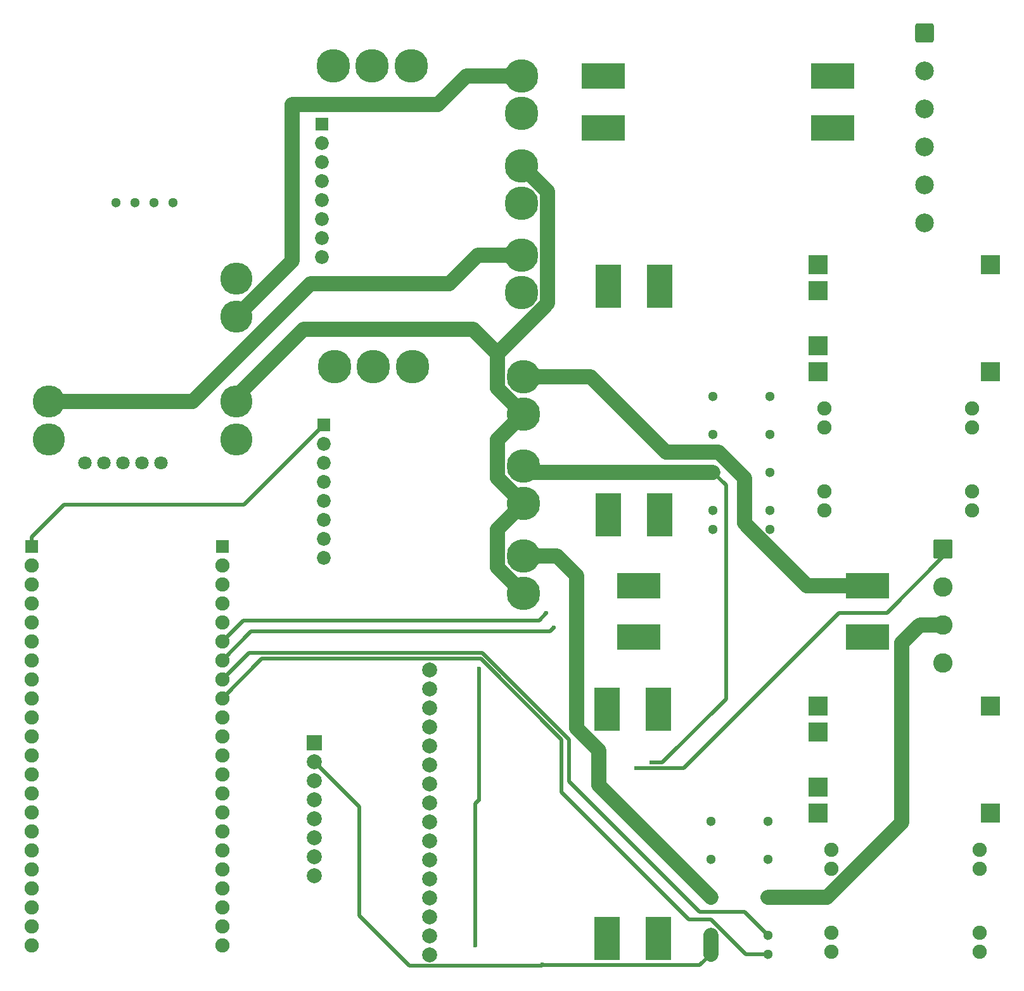
<source format=gbr>
%TF.GenerationSoftware,KiCad,Pcbnew,9.0.2*%
%TF.CreationDate,2025-10-01T16:12:29+03:00*%
%TF.ProjectId,SolarMonitor_V1,536f6c61-724d-46f6-9e69-746f725f5631,rev?*%
%TF.SameCoordinates,Original*%
%TF.FileFunction,Copper,L4,Bot*%
%TF.FilePolarity,Positive*%
%FSLAX46Y46*%
G04 Gerber Fmt 4.6, Leading zero omitted, Abs format (unit mm)*
G04 Created by KiCad (PCBNEW 9.0.2) date 2025-10-01 16:12:29*
%MOMM*%
%LPD*%
G01*
G04 APERTURE LIST*
G04 Aperture macros list*
%AMRoundRect*
0 Rectangle with rounded corners*
0 $1 Rounding radius*
0 $2 $3 $4 $5 $6 $7 $8 $9 X,Y pos of 4 corners*
0 Add a 4 corners polygon primitive as box body*
4,1,4,$2,$3,$4,$5,$6,$7,$8,$9,$2,$3,0*
0 Add four circle primitives for the rounded corners*
1,1,$1+$1,$2,$3*
1,1,$1+$1,$4,$5*
1,1,$1+$1,$6,$7*
1,1,$1+$1,$8,$9*
0 Add four rect primitives between the rounded corners*
20,1,$1+$1,$2,$3,$4,$5,0*
20,1,$1+$1,$4,$5,$6,$7,0*
20,1,$1+$1,$6,$7,$8,$9,0*
20,1,$1+$1,$8,$9,$2,$3,0*%
G04 Aperture macros list end*
%TA.AperFunction,ComponentPad*%
%ADD10C,1.300000*%
%TD*%
%TA.AperFunction,ComponentPad*%
%ADD11R,2.500000X2.500000*%
%TD*%
%TA.AperFunction,ComponentPad*%
%ADD12C,1.900000*%
%TD*%
%TA.AperFunction,ComponentPad*%
%ADD13R,1.700000X1.700000*%
%TD*%
%TA.AperFunction,ComponentPad*%
%ADD14R,5.840000X3.500000*%
%TD*%
%TA.AperFunction,ComponentPad*%
%ADD15C,1.905000*%
%TD*%
%TA.AperFunction,ComponentPad*%
%ADD16C,2.000000*%
%TD*%
%TA.AperFunction,ComponentPad*%
%ADD17R,2.100000X2.100000*%
%TD*%
%TA.AperFunction,ComponentPad*%
%ADD18R,3.500000X5.840000*%
%TD*%
%TA.AperFunction,ComponentPad*%
%ADD19RoundRect,0.250000X-1.000000X1.000000X-1.000000X-1.000000X1.000000X-1.000000X1.000000X1.000000X0*%
%TD*%
%TA.AperFunction,ComponentPad*%
%ADD20C,2.500000*%
%TD*%
%TA.AperFunction,ComponentPad*%
%ADD21C,1.850000*%
%TD*%
%TA.AperFunction,ComponentPad*%
%ADD22C,4.500000*%
%TD*%
%TA.AperFunction,ComponentPad*%
%ADD23C,4.300000*%
%TD*%
%TA.AperFunction,ComponentPad*%
%ADD24C,1.800000*%
%TD*%
%TA.AperFunction,ComponentPad*%
%ADD25RoundRect,0.250000X-1.050000X1.050000X-1.050000X-1.050000X1.050000X-1.050000X1.050000X1.050000X0*%
%TD*%
%TA.AperFunction,ComponentPad*%
%ADD26C,2.600000*%
%TD*%
%TA.AperFunction,ViaPad*%
%ADD27C,0.600000*%
%TD*%
%TA.AperFunction,Conductor*%
%ADD28C,0.500000*%
%TD*%
%TA.AperFunction,Conductor*%
%ADD29C,2.000000*%
%TD*%
G04 APERTURE END LIST*
D10*
%TO.P,K2,1*%
%TO.N,3V3*%
X126472024Y-179620000D03*
%TO.P,K2,2*%
X126472024Y-177080000D03*
%TO.P,K2,4*%
%TO.N,/Conn2Lo*%
X126472024Y-172000000D03*
%TO.P,K2,6*%
%TO.N,Net-(BRD4-OUT+-Pad1)*%
X126472024Y-166920000D03*
%TO.P,K2,8*%
%TO.N,Net-(BRD6-VIN+)*%
X126472024Y-161840000D03*
%TO.P,K2,9*%
%TO.N,Net-(BRD6-VOUT+)*%
X134092024Y-161840000D03*
%TO.P,K2,11*%
%TO.N,Net-(BRD5-IN+-Pad3)*%
X134092024Y-166920000D03*
%TO.P,K2,13*%
%TO.N,/Conn2Hi*%
X134092024Y-172000000D03*
%TO.P,K2,15*%
%TO.N,/Conn2Reset*%
X134092024Y-177080000D03*
%TO.P,K2,16*%
%TO.N,/Conn2Set*%
X134092024Y-179620000D03*
%TD*%
D11*
%TO.P,BRD1,1,OUT+*%
%TO.N,Net-(BRD1-OUT+-Pad1)*%
X140800000Y-101775000D03*
%TO.P,BRD1,2,OUT+*%
X140800000Y-98275000D03*
%TO.P,BRD1,3,OUT-*%
%TO.N,GND*%
X140800000Y-90925000D03*
%TO.P,BRD1,4,OUT-*%
X140800000Y-87425000D03*
%TO.P,BRD1,5,IN+*%
%TO.N,Net-(BRD1-IN+)*%
X163800000Y-101775000D03*
%TO.P,BRD1,6,IN-*%
%TO.N,GND*%
X163800000Y-87425000D03*
%TD*%
%TO.P,BRD4,1,OUT+*%
%TO.N,Net-(BRD4-OUT+-Pad1)*%
X140800000Y-160775000D03*
%TO.P,BRD4,2,OUT+*%
X140800000Y-157275000D03*
%TO.P,BRD4,3,OUT-*%
%TO.N,GND*%
X140800000Y-149925000D03*
%TO.P,BRD4,4,OUT-*%
X140800000Y-146425000D03*
%TO.P,BRD4,5,IN+*%
%TO.N,Net-(BRD4-IN+)*%
X163800000Y-160775000D03*
%TO.P,BRD4,6,IN-*%
%TO.N,GND*%
X163800000Y-146425000D03*
%TD*%
D12*
%TO.P,BRD12,44,GND*%
%TO.N,GND*%
X61198000Y-178420845D03*
%TO.P,BRD12,43,GND*%
X61198000Y-175880845D03*
%TO.P,BRD12,42,19*%
%TO.N,unconnected-(BRD12-19-Pad42)*%
X61198000Y-173340845D03*
%TO.P,BRD12,41,20*%
%TO.N,unconnected-(BRD12-20-Pad41)*%
X61198000Y-170800845D03*
%TO.P,BRD12,40,21*%
%TO.N,/MultiAdd3*%
X61198000Y-168260845D03*
%TO.P,BRD12,39,47*%
%TO.N,/MultiAdd2*%
X61198000Y-165720845D03*
%TO.P,BRD12,38,48*%
%TO.N,/MultiAdd1*%
X61198000Y-163180845D03*
%TO.P,BRD12,37,15*%
%TO.N,/MultiAdd0*%
X61198000Y-160640845D03*
%TO.P,BRD12,36,0*%
%TO.N,/MultiEn*%
X61198000Y-158100845D03*
%TO.P,BRD12,35,35*%
%TO.N,unconnected-(BRD12-Pad35)*%
X61198000Y-155560845D03*
%TO.P,BRD12,34,36*%
%TO.N,unconnected-(BRD12-36-Pad34)*%
X61198000Y-153020845D03*
%TO.P,BRD12,33,37*%
%TO.N,unconnected-(BRD12-37-Pad33)*%
X61198000Y-150480845D03*
%TO.P,BRD12,32,38*%
%TO.N,unconnected-(BRD12-38-Pad32)*%
X61198000Y-147940845D03*
%TO.P,BRD12,31,39*%
%TO.N,/Conn2Set*%
X61198000Y-145400845D03*
%TO.P,BRD12,30,40*%
%TO.N,/Conn2Reset*%
X61198000Y-142860845D03*
%TO.P,BRD12,29,41*%
%TO.N,/Conn1Set*%
X61198000Y-140320845D03*
%TO.P,BRD12,28,42*%
%TO.N,/Conn1Reset*%
X61198000Y-137780845D03*
%TO.P,BRD12,27,2*%
%TO.N,unconnected-(BRD12-2-Pad27)*%
X61198000Y-135240845D03*
%TO.P,BRD12,26,1*%
%TO.N,/AnaVoutMulti*%
X61198000Y-132700845D03*
%TO.P,BRD12,25,RX*%
%TO.N,unconnected-(BRD12-RX-Pad25)*%
X61198000Y-130160845D03*
%TO.P,BRD12,24,TX*%
%TO.N,unconnected-(BRD12-TX-Pad24)*%
X61198000Y-127620845D03*
D13*
%TO.P,BRD12,23,GND*%
%TO.N,GND*%
X61198000Y-125080845D03*
D12*
%TO.P,BRD12,22,GND*%
X35698000Y-178420845D03*
%TO.P,BRD12,21,5Vin*%
%TO.N,/5V*%
X35698000Y-175880845D03*
%TO.P,BRD12,20,14*%
%TO.N,unconnected-(BRD12-14-Pad20)*%
X35698000Y-173340845D03*
%TO.P,BRD12,19,13*%
%TO.N,unconnected-(BRD12-13-Pad19)*%
X35698000Y-170800845D03*
%TO.P,BRD12,18,12*%
%TO.N,unconnected-(BRD12-12-Pad18)*%
X35698000Y-168260845D03*
%TO.P,BRD12,17,11*%
%TO.N,unconnected-(BRD12-11-Pad17)*%
X35698000Y-165720845D03*
%TO.P,BRD12,16,10*%
%TO.N,unconnected-(BRD12-10-Pad16)*%
X35698000Y-163180845D03*
%TO.P,BRD12,15,9*%
%TO.N,/Current Meas & Solar/SCL*%
X35698000Y-160640845D03*
%TO.P,BRD12,14,46*%
%TO.N,unconnected-(BRD12-46-Pad14)*%
X35698000Y-158100845D03*
%TO.P,BRD12,13,3*%
%TO.N,unconnected-(BRD12-3-Pad13)*%
X35698000Y-155560845D03*
%TO.P,BRD12,12,8*%
%TO.N,/Current Meas & Solar/SDA*%
X35698000Y-153020845D03*
%TO.P,BRD12,11,18*%
%TO.N,unconnected-(BRD12-18-Pad11)*%
X35698000Y-150480845D03*
%TO.P,BRD12,10,17*%
%TO.N,unconnected-(BRD12-17-Pad10)*%
X35698000Y-147940845D03*
%TO.P,BRD12,9,16*%
%TO.N,unconnected-(BRD12-16-Pad9)*%
X35698000Y-145400845D03*
%TO.P,BRD12,8,15*%
%TO.N,unconnected-(BRD12-15-Pad8)*%
X35698000Y-142860845D03*
%TO.P,BRD12,7,7*%
%TO.N,unconnected-(BRD12-Pad7)*%
X35698000Y-140320845D03*
%TO.P,BRD12,6,6*%
%TO.N,unconnected-(BRD12-Pad6)*%
X35698000Y-137780845D03*
%TO.P,BRD12,5,5*%
%TO.N,unconnected-(BRD12-Pad5)*%
X35698000Y-135240845D03*
%TO.P,BRD12,4,4*%
%TO.N,unconnected-(BRD12-Pad4)*%
X35698000Y-132700845D03*
%TO.P,BRD12,3,RST*%
%TO.N,unconnected-(BRD12-RST-Pad3)*%
X35698000Y-130160845D03*
%TO.P,BRD12,2,3V3*%
%TO.N,3V3*%
X35698000Y-127620845D03*
D13*
%TO.P,BRD12,1,3V3*%
X35698000Y-125080845D03*
%TD*%
D14*
%TO.P,BRD14,1,VIN+*%
%TO.N,Net-(BRD14-VIN+)*%
X112100000Y-69160000D03*
%TO.P,BRD14,2,VIN-*%
%TO.N,GND*%
X112100000Y-62250000D03*
%TO.P,BRD14,3,VOUT-*%
X142700000Y-62250000D03*
%TO.P,BRD14,4,VOUT+*%
%TO.N,/ExtLoad+*%
X142700000Y-69160000D03*
%TD*%
D15*
%TO.P,BRD2,1,IN-*%
%TO.N,GND*%
X141600000Y-106700000D03*
%TO.P,BRD2,2,IN-*%
X141600000Y-109240000D03*
%TO.P,BRD2,3,IN+*%
%TO.N,Net-(BRD2-IN+-Pad3)*%
X141600000Y-117760000D03*
%TO.P,BRD2,4,IN+*%
X141600000Y-120300000D03*
%TO.P,BRD2,5,OUT+*%
%TO.N,Net-(BRD1-IN+)*%
X161400000Y-120300000D03*
%TO.P,BRD2,6,OUT+*%
X161400000Y-117760000D03*
%TO.P,BRD2,7,OUT-*%
%TO.N,GND*%
X161400000Y-109240000D03*
%TO.P,BRD2,8,OUT-*%
X161400000Y-106700000D03*
%TD*%
D16*
%TO.P,BRD7,1,C15*%
%TO.N,Net-(BRD7-C15)*%
X88868000Y-179700845D03*
%TO.P,BRD7,2,C14*%
%TO.N,Net-(BRD7-C14)*%
X88868000Y-177160845D03*
%TO.P,BRD7,3,C13*%
%TO.N,unconnected-(BRD7-C13-Pad3)*%
X88868000Y-174620845D03*
%TO.P,BRD7,4,C12*%
%TO.N,unconnected-(BRD7-C12-Pad4)*%
X88868000Y-172080845D03*
%TO.P,BRD7,5,C11*%
%TO.N,unconnected-(BRD7-C11-Pad5)*%
X88868000Y-169540845D03*
%TO.P,BRD7,6,C10*%
%TO.N,unconnected-(BRD7-C10-Pad6)*%
X88868000Y-167000845D03*
%TO.P,BRD7,7,C9*%
%TO.N,unconnected-(BRD7-C9-Pad7)*%
X88868000Y-164460845D03*
%TO.P,BRD7,8,C8*%
%TO.N,unconnected-(BRD7-C8-Pad8)*%
X88868000Y-161920845D03*
%TO.P,BRD7,9,C7*%
%TO.N,unconnected-(BRD7-C7-Pad9)*%
X88868000Y-159380845D03*
%TO.P,BRD7,10,C6*%
%TO.N,Net-(BRD7-C6)*%
X88868000Y-156840845D03*
%TO.P,BRD7,11,C5*%
%TO.N,Net-(BRD7-C5)*%
X88868000Y-154300845D03*
%TO.P,BRD7,12,C4*%
%TO.N,Net-(BRD7-C4)*%
X88868000Y-151760845D03*
%TO.P,BRD7,13,C3*%
%TO.N,Net-(BRD7-C3)*%
X88868000Y-149220845D03*
%TO.P,BRD7,14,C2*%
%TO.N,Net-(BRD7-C2)*%
X88868000Y-146680845D03*
%TO.P,BRD7,15,C1*%
%TO.N,Net-(BRD7-C1)*%
X88868000Y-144140845D03*
%TO.P,BRD7,16,C0*%
%TO.N,Net-(BRD7-C0)*%
X88868000Y-141600845D03*
%TO.P,BRD7,17,S16*%
%TO.N,/AnaVoutMulti*%
X73498000Y-169190845D03*
%TO.P,BRD7,18,S3*%
%TO.N,/MultiAdd3*%
X73498000Y-166650845D03*
%TO.P,BRD7,19,S2*%
%TO.N,/MultiAdd2*%
X73498000Y-164110845D03*
%TO.P,BRD7,20,S1*%
%TO.N,/MultiAdd1*%
X73498000Y-161570845D03*
%TO.P,BRD7,21,S0*%
%TO.N,/MultiAdd0*%
X73498000Y-159030845D03*
%TO.P,BRD7,22,EN*%
%TO.N,/MultiEn*%
X73498000Y-156490845D03*
%TO.P,BRD7,23,VCC*%
%TO.N,3V3*%
X73498000Y-153950845D03*
D17*
%TO.P,BRD7,24,GND*%
%TO.N,GND*%
X73498000Y-151410845D03*
%TD*%
D18*
%TO.P,BRD3,1,VIN+*%
%TO.N,Net-(BRD3-VIN+)*%
X119660000Y-120900000D03*
%TO.P,BRD3,2,VIN-*%
%TO.N,GND*%
X112750000Y-120900000D03*
%TO.P,BRD3,3,VOUT-*%
X112750000Y-90300000D03*
%TO.P,BRD3,4,VOUT+*%
%TO.N,Net-(BRD3-VOUT+)*%
X119660000Y-90300000D03*
%TD*%
D10*
%TO.P,BRD13,1,GND*%
%TO.N,GND*%
X54575000Y-79175000D03*
%TO.P,BRD13,2,VCC*%
%TO.N,3V3*%
X52035000Y-79175000D03*
%TO.P,BRD13,3,SCK*%
%TO.N,/Current Meas & Solar/SCL*%
X49495000Y-79175000D03*
%TO.P,BRD13,4,SDA*%
%TO.N,/Current Meas & Solar/SDA*%
X46955000Y-79175000D03*
%TD*%
D19*
%TO.P,J1,1,Pin_1*%
%TO.N,GND*%
X155000000Y-56420000D03*
D20*
%TO.P,J1,2,Pin_2*%
%TO.N,/ExtLoad+*%
X155000000Y-61500000D03*
%TO.P,J1,3,Pin_3*%
%TO.N,GND*%
X155000000Y-66580000D03*
%TO.P,J1,4,Pin_4*%
%TO.N,/Battery+*%
X155000000Y-71660000D03*
%TO.P,J1,5,Pin_5*%
%TO.N,GND*%
X155000000Y-76740000D03*
%TO.P,J1,6,Pin_6*%
%TO.N,/SolarPanel+*%
X155000000Y-81820000D03*
%TD*%
D14*
%TO.P,BRD11,1,VIN+*%
%TO.N,/Current Meas & Solar/InternalLoad*%
X147400000Y-130340000D03*
%TO.P,BRD11,2,VIN-*%
%TO.N,GND*%
X147400000Y-137250000D03*
%TO.P,BRD11,3,VOUT-*%
X116800000Y-137250000D03*
%TO.P,BRD11,4,VOUT+*%
%TO.N,/5V*%
X116800000Y-130340000D03*
%TD*%
D15*
%TO.P,BRD5,1,IN-*%
%TO.N,GND*%
X142600000Y-165700000D03*
%TO.P,BRD5,2,IN-*%
X142600000Y-168240000D03*
%TO.P,BRD5,3,IN+*%
%TO.N,Net-(BRD5-IN+-Pad3)*%
X142600000Y-176760000D03*
%TO.P,BRD5,4,IN+*%
X142600000Y-179300000D03*
%TO.P,BRD5,5,OUT+*%
%TO.N,Net-(BRD4-IN+)*%
X162400000Y-179300000D03*
%TO.P,BRD5,6,OUT+*%
X162400000Y-176760000D03*
%TO.P,BRD5,7,OUT-*%
%TO.N,GND*%
X162400000Y-168240000D03*
%TO.P,BRD5,8,OUT-*%
X162400000Y-165700000D03*
%TD*%
D21*
%TO.P,BRD9,1,TC*%
%TO.N,unconnected-(BRD9-TC-Pad1)*%
X74728000Y-126620845D03*
%TO.P,BRD9,2,WAR*%
%TO.N,unconnected-(BRD9-WAR-Pad2)*%
X74728000Y-124080845D03*
%TO.P,BRD9,3,CRI*%
%TO.N,unconnected-(BRD9-CRI-Pad3)*%
X74728000Y-121540845D03*
%TO.P,BRD9,4,PV*%
%TO.N,unconnected-(BRD9-PV-Pad4)*%
X74728000Y-119000845D03*
%TO.P,BRD9,5,SDA*%
%TO.N,/Current Meas & Solar/SDA*%
X74728000Y-116460845D03*
%TO.P,BRD9,6,SCL*%
%TO.N,/Current Meas & Solar/SCL*%
X74728000Y-113920845D03*
%TO.P,BRD9,7,GND*%
%TO.N,GND*%
X74728000Y-111380845D03*
D13*
%TO.P,BRD9,8,VS*%
%TO.N,3V3*%
X74728000Y-108840845D03*
D22*
%TO.P,BRD9,9,VPU*%
X76198000Y-101090845D03*
%TO.P,BRD9,10,GND*%
%TO.N,GND*%
X81398000Y-101090845D03*
%TO.P,BRD9,11,GND*%
X86598000Y-101090845D03*
%TO.P,BRD9,12,VN3+*%
%TO.N,/Current Meas & Solar/InternalLoad*%
X101398000Y-102400845D03*
%TO.P,BRD9,13,VN3-*%
%TO.N,/Current Meas & Solar/BattHi*%
X101398000Y-107400845D03*
%TO.P,BRD9,14,VN2+*%
%TO.N,/Conn1Lo*%
X101398000Y-114400845D03*
%TO.P,BRD9,15,VN2-*%
%TO.N,/Current Meas & Solar/BattHi*%
X101398000Y-119400845D03*
%TO.P,BRD9,16,VN1+*%
%TO.N,/Conn2Lo*%
X101398000Y-126400845D03*
%TO.P,BRD9,17,VN1-*%
%TO.N,/Current Meas & Solar/BattHi*%
X101398000Y-131400845D03*
%TD*%
D21*
%TO.P,BRD8,1,TC*%
%TO.N,unconnected-(BRD8-TC-Pad1)*%
X74528000Y-86430845D03*
%TO.P,BRD8,2,WAR*%
%TO.N,unconnected-(BRD8-WAR-Pad2)*%
X74528000Y-83890845D03*
%TO.P,BRD8,3,CRI*%
%TO.N,unconnected-(BRD8-CRI-Pad3)*%
X74528000Y-81350845D03*
%TO.P,BRD8,4,PV*%
%TO.N,unconnected-(BRD8-PV-Pad4)*%
X74528000Y-78810845D03*
%TO.P,BRD8,5,SDA*%
%TO.N,/Current Meas & Solar/SDA*%
X74528000Y-76270845D03*
%TO.P,BRD8,6,SCL*%
%TO.N,/Current Meas & Solar/SCL*%
X74528000Y-73730845D03*
%TO.P,BRD8,7,GND*%
%TO.N,GND*%
X74528000Y-71190845D03*
D13*
%TO.P,BRD8,8,VS*%
%TO.N,3V3*%
X74528000Y-68650845D03*
D22*
%TO.P,BRD8,9,VPU*%
X75998000Y-60900845D03*
%TO.P,BRD8,10,GND*%
%TO.N,GND*%
X81198000Y-60900845D03*
%TO.P,BRD8,11,GND*%
X86398000Y-60900845D03*
%TO.P,BRD8,12,VN3+*%
%TO.N,/Current Meas & Solar/ExtLoadHi*%
X101198000Y-62210845D03*
%TO.P,BRD8,13,VN3-*%
%TO.N,Net-(BRD14-VIN+)*%
X101198000Y-67210845D03*
%TO.P,BRD8,14,VN2+*%
%TO.N,/Current Meas & Solar/BattHi*%
X101198000Y-74210845D03*
%TO.P,BRD8,15,VN2-*%
%TO.N,/Battery+*%
X101198000Y-79210845D03*
%TO.P,BRD8,16,VN1+*%
%TO.N,/Current Meas & Solar/SolarPanelHi*%
X101198000Y-86210845D03*
%TO.P,BRD8,17,VN1-*%
%TO.N,/SolarPanel+*%
X101198000Y-91210845D03*
%TD*%
D23*
%TO.P,BRD10,1,PWR*%
%TO.N,/Current Meas & Solar/SolarPanelHi*%
X38050000Y-105770000D03*
%TO.P,BRD10,2,GND*%
%TO.N,GND*%
X38050000Y-110850000D03*
%TO.P,BRD10,3,GND*%
X63050000Y-89290000D03*
%TO.P,BRD10,4,LOAD*%
%TO.N,/Current Meas & Solar/ExtLoadHi*%
X63050000Y-94370000D03*
%TO.P,BRD10,5,BATT*%
%TO.N,/Current Meas & Solar/BattHi*%
X63050000Y-105770000D03*
%TO.P,BRD10,6,GND*%
%TO.N,GND*%
X63050000Y-110850000D03*
D24*
%TO.P,BRD10,7,+*%
%TO.N,unconnected-(BRD10-+-Pad7)*%
X42850000Y-113950000D03*
%TO.P,BRD10,8,-*%
%TO.N,unconnected-(BRD10---Pad8)*%
X45390000Y-113950000D03*
%TO.P,BRD10,9,D*%
%TO.N,unconnected-(BRD10-D-Pad9)*%
X47930000Y-113950000D03*
%TO.P,BRD10,10,+*%
%TO.N,unconnected-(BRD10-+-Pad10)*%
X50470000Y-113950000D03*
%TO.P,BRD10,11,C*%
%TO.N,unconnected-(BRD10-C-Pad11)*%
X53030000Y-113950000D03*
%TD*%
D18*
%TO.P,BRD6,1,VIN+*%
%TO.N,Net-(BRD6-VIN+)*%
X119500000Y-177500000D03*
%TO.P,BRD6,2,VIN-*%
%TO.N,GND*%
X112590000Y-177500000D03*
%TO.P,BRD6,3,VOUT-*%
X112590000Y-146900000D03*
%TO.P,BRD6,4,VOUT+*%
%TO.N,Net-(BRD6-VOUT+)*%
X119500000Y-146900000D03*
%TD*%
D10*
%TO.P,K1,1*%
%TO.N,3V3*%
X126770000Y-122800000D03*
%TO.P,K1,2*%
X126770000Y-120260000D03*
%TO.P,K1,4*%
%TO.N,/Conn1Lo*%
X126770000Y-115180000D03*
%TO.P,K1,6*%
%TO.N,Net-(BRD1-OUT+-Pad1)*%
X126770000Y-110100000D03*
%TO.P,K1,8*%
%TO.N,Net-(BRD3-VIN+)*%
X126770000Y-105020000D03*
%TO.P,K1,9*%
%TO.N,Net-(BRD3-VOUT+)*%
X134390000Y-105020000D03*
%TO.P,K1,11*%
%TO.N,Net-(BRD2-IN+-Pad3)*%
X134390000Y-110100000D03*
%TO.P,K1,13*%
%TO.N,/Conn1Hi*%
X134390000Y-115180000D03*
%TO.P,K1,15*%
%TO.N,/Conn1Reset*%
X134390000Y-120260000D03*
%TO.P,K1,16*%
%TO.N,/Conn1Set*%
X134390000Y-122800000D03*
%TD*%
D25*
%TO.P,J2,1,Pin_1*%
%TO.N,/Conn1Hi*%
X157500000Y-125420000D03*
D26*
%TO.P,J2,2,Pin_2*%
%TO.N,GND*%
X157500000Y-130500000D03*
%TO.P,J2,3,Pin_3*%
%TO.N,/Conn2Hi*%
X157500000Y-135580000D03*
%TO.P,J2,4,Pin_4*%
%TO.N,GND*%
X157500000Y-140660000D03*
%TD*%
D27*
%TO.N,GND*%
X95500000Y-150000000D03*
X95500000Y-141500000D03*
X95500000Y-159000000D03*
X95500000Y-144000000D03*
X95500000Y-156000000D03*
X95500000Y-147000000D03*
X95500000Y-153000000D03*
X95000000Y-178500000D03*
%TO.N,/Conn2Lo*%
X111500000Y-152410000D03*
%TO.N,/Conn1Lo*%
X118500000Y-154000000D03*
%TO.N,/Conn1Reset*%
X104504318Y-134004318D03*
%TO.N,/Conn1Set*%
X105500000Y-136000000D03*
%TO.N,/Conn1Hi*%
X116500000Y-154751000D03*
%TO.N,3V3*%
X104000000Y-181000000D03*
%TD*%
D28*
%TO.N,/Conn1Lo*%
X128500000Y-145500000D02*
X128500000Y-116910000D01*
X118500000Y-154000000D02*
X120000000Y-154000000D01*
X120000000Y-154000000D02*
X128500000Y-145500000D01*
X128500000Y-116910000D02*
X126770000Y-115180000D01*
%TO.N,/Conn1Hi*%
X157500000Y-126500000D02*
X157500000Y-125420000D01*
X150000000Y-134000000D02*
X157500000Y-126500000D01*
X143561364Y-134000000D02*
X150000000Y-134000000D01*
D29*
%TO.N,/Conn2Hi*%
X152000000Y-162000000D02*
X152000000Y-138000000D01*
X142000000Y-172000000D02*
X152000000Y-162000000D01*
X152000000Y-138000000D02*
X154420000Y-135580000D01*
X134092024Y-172000000D02*
X142000000Y-172000000D01*
X154420000Y-135580000D02*
X157500000Y-135580000D01*
D28*
%TO.N,/Conn1Hi*%
X122810364Y-154751000D02*
X143561364Y-134000000D01*
X116500000Y-154751000D02*
X122810364Y-154751000D01*
%TO.N,/Conn2Set*%
X131120000Y-179620000D02*
X134092024Y-179620000D01*
X123500000Y-175000000D02*
X126500000Y-175000000D01*
X106500000Y-150932950D02*
X106500000Y-158000000D01*
X106500000Y-158000000D02*
X123500000Y-175000000D01*
X66449000Y-140149845D02*
X95716895Y-140149845D01*
X95716895Y-140149845D02*
X106500000Y-150932950D01*
X126500000Y-175000000D02*
X131120000Y-179620000D01*
X61198000Y-145400845D02*
X66449000Y-140149845D01*
D29*
%TO.N,/Current Meas & Solar/SolarPanelHi*%
X57230000Y-105770000D02*
X38050000Y-105770000D01*
X73000000Y-90000000D02*
X57230000Y-105770000D01*
X95289155Y-86210845D02*
X91500000Y-90000000D01*
X91500000Y-90000000D02*
X73000000Y-90000000D01*
X101198000Y-86210845D02*
X95289155Y-86210845D01*
D28*
%TO.N,3V3*%
X86151845Y-181151845D02*
X103848155Y-181151845D01*
X103848155Y-181151845D02*
X104000000Y-181000000D01*
X79500000Y-174500000D02*
X86151845Y-181151845D01*
X79500000Y-159952845D02*
X79500000Y-174500000D01*
X73498000Y-153950845D02*
X79500000Y-159952845D01*
D29*
X126472024Y-177080000D02*
X126472024Y-179620000D01*
%TO.N,/Conn1Lo*%
X102177155Y-115180000D02*
X126770000Y-115180000D01*
X101398000Y-114400845D02*
X102177155Y-115180000D01*
D28*
%TO.N,/Conn2Reset*%
X125000000Y-174000000D02*
X131012024Y-174000000D01*
X131012024Y-174000000D02*
X134092024Y-177080000D01*
X107500000Y-150941586D02*
X107500000Y-156500000D01*
X107500000Y-156500000D02*
X125000000Y-174000000D01*
X61198000Y-142860845D02*
X64738080Y-139320765D01*
X64738080Y-139320765D02*
X95879179Y-139320765D01*
X95879179Y-139320765D02*
X107500000Y-150941586D01*
%TO.N,3V3*%
X104091000Y-181091000D02*
X104000000Y-181000000D01*
X125001024Y-181091000D02*
X104091000Y-181091000D01*
D29*
%TO.N,/Conn2Lo*%
X111500000Y-157027976D02*
X111500000Y-152410000D01*
X126472024Y-172000000D02*
X111500000Y-157027976D01*
X105900845Y-126400845D02*
X101398000Y-126400845D01*
X108500000Y-149410000D02*
X108500000Y-129000000D01*
X108500000Y-129000000D02*
X105900845Y-126400845D01*
X111500000Y-152410000D02*
X108500000Y-149410000D01*
D28*
%TO.N,/Conn1Reset*%
X63978845Y-135000000D02*
X61198000Y-137780845D01*
X104504318Y-134004318D02*
X103508636Y-135000000D01*
X103508636Y-135000000D02*
X63978845Y-135000000D01*
%TO.N,/Conn1Set*%
X105000000Y-136500000D02*
X65018845Y-136500000D01*
X105500000Y-136000000D02*
X105000000Y-136500000D01*
X65018845Y-136500000D02*
X61198000Y-140320845D01*
D29*
%TO.N,/Current Meas & Solar/InternalLoad*%
X120500000Y-112500000D02*
X110400845Y-102400845D01*
X127500000Y-112500000D02*
X120500000Y-112500000D01*
X131000000Y-116000000D02*
X127500000Y-112500000D01*
X131000000Y-122027710D02*
X131000000Y-116000000D01*
X110400845Y-102400845D02*
X101398000Y-102400845D01*
X139312290Y-130340000D02*
X131000000Y-122027710D01*
X147400000Y-130340000D02*
X139312290Y-130340000D01*
D28*
%TO.N,3V3*%
X64068845Y-119500000D02*
X74728000Y-108840845D01*
X40040000Y-119500000D02*
X64068845Y-119500000D01*
X35698000Y-123842000D02*
X40040000Y-119500000D01*
X35698000Y-125080845D02*
X35698000Y-123842000D01*
D29*
%TO.N,/Current Meas & Solar/ExtLoadHi*%
X93789155Y-62210845D02*
X101198000Y-62210845D01*
X90000000Y-66000000D02*
X93789155Y-62210845D01*
X70500000Y-66000000D02*
X90000000Y-66000000D01*
X70500000Y-86920000D02*
X70500000Y-66000000D01*
X63050000Y-94370000D02*
X70500000Y-86920000D01*
%TO.N,/Current Meas & Solar/BattHi*%
X63050000Y-105085131D02*
X72046131Y-96089000D01*
X72046131Y-96089000D02*
X94693703Y-96089000D01*
X94693703Y-96089000D02*
X97947000Y-99342297D01*
X63050000Y-105770000D02*
X63050000Y-105085131D01*
D28*
%TO.N,GND*%
X95500000Y-156000000D02*
X95500000Y-153000000D01*
X95500000Y-147000000D02*
X95500000Y-144000000D01*
X95000000Y-159500000D02*
X95500000Y-159000000D01*
X95000000Y-178500000D02*
X95000000Y-159500000D01*
X95500000Y-153000000D02*
X95500000Y-150000000D01*
X95500000Y-141500000D02*
X95500000Y-144000000D01*
X95500000Y-156000000D02*
X95500000Y-159000000D01*
X95500000Y-150000000D02*
X95500000Y-147000000D01*
D29*
%TO.N,/Current Meas & Solar/BattHi*%
X101398000Y-119400845D02*
X97947000Y-115949845D01*
X97947000Y-127949845D02*
X97947000Y-122851845D01*
X97947000Y-122851845D02*
X101398000Y-119400845D01*
X101398000Y-107400845D02*
X97947000Y-103949845D01*
X104649000Y-92640297D02*
X104649000Y-77661845D01*
X97947000Y-115949845D02*
X97947000Y-110851845D01*
X101398000Y-131400845D02*
X97947000Y-127949845D01*
X97947000Y-110851845D02*
X101398000Y-107400845D01*
X97947000Y-103949845D02*
X97947000Y-99342297D01*
X97947000Y-99342297D02*
X104649000Y-92640297D01*
X104649000Y-77661845D02*
X101198000Y-74210845D01*
D28*
%TO.N,3V3*%
X126472024Y-179620000D02*
X125001024Y-181091000D01*
%TD*%
M02*

</source>
